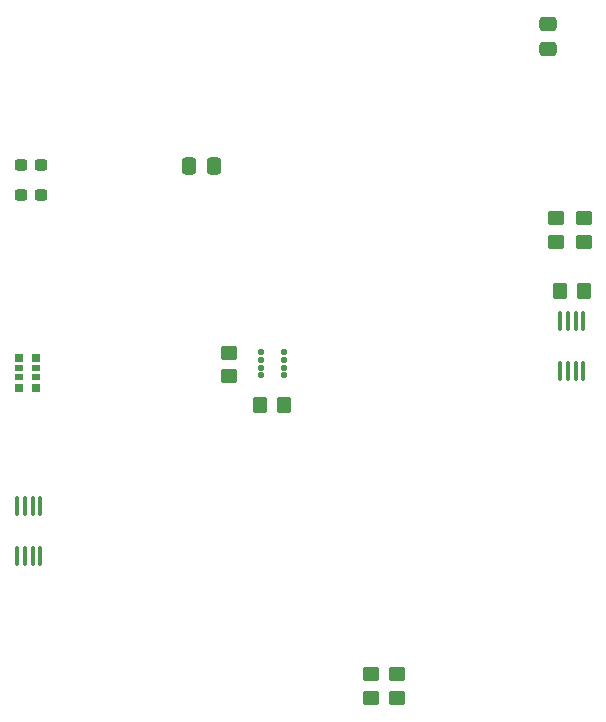
<source format=gbr>
%TF.GenerationSoftware,KiCad,Pcbnew,8.0.3*%
%TF.CreationDate,2025-02-12T02:25:28-08:00*%
%TF.ProjectId,MLU_Breakout,4d4c555f-4272-4656-916b-6f75742e6b69,rev?*%
%TF.SameCoordinates,Original*%
%TF.FileFunction,Paste,Top*%
%TF.FilePolarity,Positive*%
%FSLAX46Y46*%
G04 Gerber Fmt 4.6, Leading zero omitted, Abs format (unit mm)*
G04 Created by KiCad (PCBNEW 8.0.3) date 2025-02-12 02:25:28*
%MOMM*%
%LPD*%
G01*
G04 APERTURE LIST*
G04 Aperture macros list*
%AMRoundRect*
0 Rectangle with rounded corners*
0 $1 Rounding radius*
0 $2 $3 $4 $5 $6 $7 $8 $9 X,Y pos of 4 corners*
0 Add a 4 corners polygon primitive as box body*
4,1,4,$2,$3,$4,$5,$6,$7,$8,$9,$2,$3,0*
0 Add four circle primitives for the rounded corners*
1,1,$1+$1,$2,$3*
1,1,$1+$1,$4,$5*
1,1,$1+$1,$6,$7*
1,1,$1+$1,$8,$9*
0 Add four rect primitives between the rounded corners*
20,1,$1+$1,$2,$3,$4,$5,0*
20,1,$1+$1,$4,$5,$6,$7,0*
20,1,$1+$1,$6,$7,$8,$9,0*
20,1,$1+$1,$8,$9,$2,$3,0*%
G04 Aperture macros list end*
%ADD10RoundRect,0.056250X-0.188750X-0.168750X0.188750X-0.168750X0.188750X0.168750X-0.188750X0.168750X0*%
%ADD11RoundRect,0.100000X0.100000X-0.712500X0.100000X0.712500X-0.100000X0.712500X-0.100000X-0.712500X0*%
%ADD12R,0.700000X0.640000*%
%ADD13R,0.700000X0.500000*%
%ADD14RoundRect,0.250000X-0.350000X-0.450000X0.350000X-0.450000X0.350000X0.450000X-0.350000X0.450000X0*%
%ADD15RoundRect,0.250000X-0.450000X0.350000X-0.450000X-0.350000X0.450000X-0.350000X0.450000X0.350000X0*%
%ADD16RoundRect,0.250000X-0.475000X0.337500X-0.475000X-0.337500X0.475000X-0.337500X0.475000X0.337500X0*%
%ADD17RoundRect,0.250000X-0.337500X-0.475000X0.337500X-0.475000X0.337500X0.475000X-0.337500X0.475000X0*%
%ADD18RoundRect,0.237500X0.300000X0.237500X-0.300000X0.237500X-0.300000X-0.237500X0.300000X-0.237500X0*%
G04 APERTURE END LIST*
D10*
%TO.C,U3*%
X168000000Y-96150000D03*
X168000000Y-96800000D03*
X168000000Y-97450000D03*
X168000000Y-98100000D03*
X166060000Y-98100000D03*
X166060000Y-97450000D03*
X166060000Y-96800000D03*
X166060000Y-96150000D03*
%TD*%
D11*
%TO.C,U2*%
X145450000Y-113425000D03*
X146100000Y-113425000D03*
X146750000Y-113425000D03*
X147400000Y-113425000D03*
X147400000Y-109200000D03*
X146750000Y-109200000D03*
X146100000Y-109200000D03*
X145450000Y-109200000D03*
%TD*%
D12*
%TO.C,RN1*%
X147000000Y-99140000D03*
D13*
X147000000Y-98270000D03*
X147000000Y-97470000D03*
D12*
X147000000Y-96600000D03*
X145600000Y-96600000D03*
D13*
X145600000Y-97470000D03*
X145600000Y-98270000D03*
D12*
X145600000Y-99140000D03*
%TD*%
D14*
%TO.C,R7*%
X166000000Y-100600000D03*
X168000000Y-100600000D03*
%TD*%
D15*
%TO.C,R6*%
X163400000Y-96200000D03*
X163400000Y-98200000D03*
%TD*%
%TO.C,R5*%
X191050000Y-84800000D03*
X191050000Y-86800000D03*
%TD*%
%TO.C,R4*%
X193400000Y-84800000D03*
X193400000Y-86800000D03*
%TD*%
D14*
%TO.C,R3*%
X191400000Y-91000000D03*
X193400000Y-91000000D03*
%TD*%
D15*
%TO.C,R2*%
X177600000Y-123400000D03*
X177600000Y-125400000D03*
%TD*%
%TO.C,R1*%
X175400000Y-123400000D03*
X175400000Y-125400000D03*
%TD*%
D16*
%TO.C,C4*%
X190400000Y-68362500D03*
X190400000Y-70437500D03*
%TD*%
D17*
%TO.C,C3*%
X160000000Y-80400000D03*
X162075000Y-80400000D03*
%TD*%
D18*
%TO.C,C2*%
X147462500Y-80290000D03*
X145737500Y-80290000D03*
%TD*%
%TO.C,C1*%
X147462500Y-82800000D03*
X145737500Y-82800000D03*
%TD*%
D11*
%TO.C,U5*%
X191425000Y-97712500D03*
X192075000Y-97712500D03*
X192725000Y-97712500D03*
X193375000Y-97712500D03*
X193375000Y-93487500D03*
X192725000Y-93487500D03*
X192075000Y-93487500D03*
X191425000Y-93487500D03*
%TD*%
M02*

</source>
